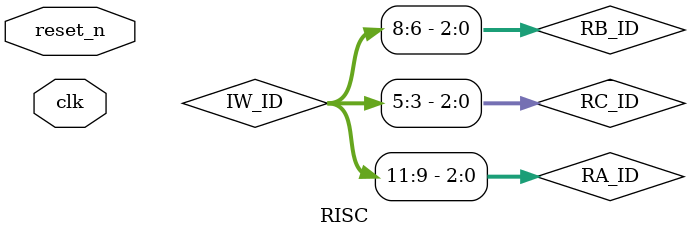
<source format=v>
module RISC (clk,reset_n);


///////////////////////////////////////////////////////////////////////
/////////////////////////////Interface Stage///////////////////////////
///////////////////////////////////////////////////////////////////////	
	
	input clk;
	input reset_n;

///////////////////////////////////////////////////////////////////////
/////////////////////////////Instruction Fetch/////////////////////////
///////////////////////////////////////////////////////////////////////
	wire stop_WB;
	wire [5:0]stall;
	wire [15:0]Next_PC;
	wire [15:0]Current_PC;
	wire not_M_inst;
	PC ProgramCounter (clk,reset_n,Next_PC,not_M_inst & reset_n  & !stall[5] || stop_WB,Current_PC);
	wire [15:0]IW_IF;
	instr_mem IM (Current_PC,IW_IF);
	
	wire [15:0]pc_1;
	adder  add_IF (Current_PC,16'h0001,pc_1);

	wire X_Validity_IF_ID;
	wire [15:0] IW_ID;
	wire [15:0] PC_ID;
	wire Validity_ID;
	Datapath_IF_ID Datapath_IF_ID (clk,reset_n,X_Validity_IF_ID,
									IW_IF,Current_PC,
									IW_ID,PC_ID,Validity_ID,stall[4]);


///////////////////////////////////////////////////////////////////////
/////////////////////////////Instruction Decode////////////////////////
///////////////////////////////////////////////////////////////////////
	wire R_type_ID;
	wire [1:0] RD_ID;
	wire W_reg_ID;
	wire W_mem_ID;
	wire sel69_ID;
	wire LHI_ID;
	wire [2:0] alu_op_ID;
	wire [1:0] LMStart_ID;
	wire LW_SR_ID;
	wire MEM_ANS_ID;
	wire [1:0] Jump_ID;
	
	wire in_Validity_ID_RR;
	wire X_Validity_ID_RR;
	wire M_inst;
	wire stop_ID;
	
	assign in_Validity_ID_RR= M_inst | X_Validity_ID_RR & Validity_ID;

	iDecoder iDecoder (IW_ID,R_type_ID,RD_ID,W_reg_ID,W_mem_ID,sel69_ID,
						LHI_ID,alu_op_ID,LMStart_ID,LW_SR_ID,MEM_ANS_ID,
						Jump_ID,stop_ID);


	wire [2:0]RM_ID;
	M_inst_Controller MIC (clk,LMStart_ID,IW_ID[7:0],M_inst,RM_ID,reset_n);
	assign not_M_inst=!M_inst;
	
	wire [2:0]RA_ID;
	wire [2:0]RB_ID;
	wire [2:0]RC_ID;
	wire [2:0]RDest_ID;
	assign RA_ID=IW_ID[11:9];
	assign RB_ID=IW_ID[8:6];
	assign RC_ID=IW_ID[5:3];
	
	mux4_3 mux4_ID (RA_ID,RB_ID,RC_ID,RM_ID,RD_ID,RDest_ID);
	
	wire [15:0] out16_6;
	sign_6_16 sign_6_16 (IW_ID[5:0],out16_6);
	
	wire [15:0] out16_9;
	sign_9_16 sign_9_16 (LHI_ID,IW_ID[8:0],out16_9);
	
	wire [15:0] Imm_ID;
	mux2 mux2_ID (out16_6,out16_9,sel69_ID,Imm_ID);
	
//	wire in_Validity_ID_RR;
	wire [15:0]PC_RR;
	wire LHI_RR;
	wire [15:0]Imm_RR;
	wire [15:0]IW_RR;
	wire [1:0]LMStart_RR;
	wire [2:0]RDest_RR;
	wire R_type_RR;
	wire LW_SR_RR;
	wire [1:0] Jump_RR;
	wire [2:0] alu_op_RR;
	wire MEM_ANS_RR;
	wire W_reg_RR;
	wire W_mem_RR;
	wire Validity_RR;
	wire stop_RR;

	Datapath_ID_RR Datapath_ID_RR (clk,reset_n,in_Validity_ID_RR,
									PC_ID,LHI_ID,Imm_ID,IW_ID,LMStart_ID,RDest_ID
									,R_type_ID,LW_SR_ID,Jump_ID,alu_op_ID,MEM_ANS_ID
									,W_mem_ID,W_reg_ID,
									PC_RR,LHI_RR,Imm_RR,IW_RR,LMStart_RR,RDest_RR
									,R_type_RR,LW_SR_RR,Jump_RR,alu_op_RR,MEM_ANS_RR
									,W_mem_RR,W_reg_RR,
									Validity_RR,
									stop_ID,stop_RR,stall[3]);
///////////////////////////////////////////////////////////////////////
/////////////////////////////Register Read/////////////////////////////
///////////////////////////////////////////////////////////////////////
	
	wire [15:0] PC_WB;
	wire [2:0]RB_RR;
	mux2_3 mux2_RR_0 (IW_RR[8:6],RDest_RR,LMStart_RR[1],RB_RR);
	
	wire [2:0]RA_RR;
	wire [2:0]RDest_WB;
	wire W_reg_WB;
	wire [15:0] R_DATA_IN;
	wire [15:0] NData_A;
	wire [15:0] NData_B;
	wire [15:0] NData_A_tmp;
	wire [15:0] NData_B_tmp;
	
	wire [15:0] DATA_A;
	wire [15:0] DATA_B;
	wire [15:0] R7DATA;

	assign RA_RR=IW_RR[11:9];
	
	Reg_file RBank (clk,reset_n,
					RA_RR,RB_RR,
					R_DATA_IN,RDest_WB,W_reg_WB,
					NData_A_tmp,NData_B_tmp,
					R7DATA);
	
	mux2 mux2_RR_R7_RA (NData_A_tmp,PC_RR,&RA_RR,NData_A);
	
	mux2 mux2_RR_R7_RB (NData_B_tmp,PC_RR,&RB_RR,NData_B);
	
	
	wire in_Validity_RR_EX;
	wire X_Validity_RR_EX;
	wire [15:0] in_src0,in_src1;

	
	wire [15:0] M_ADDR_RR;
	M_inst_addr_GEN MIAG (clk,LMStart_RR,
							DATA_A,M_ADDR_RR,
							reset_n,IW_RR[7:0]);
	wire [15:0] MData_in_RR;
	mux2 mux2_RR_1 (DATA_A,DATA_B,LMStart_RR[1],MData_in_RR);
	
	mux2 mux2_RR_2 (DATA_A,DATA_B,LW_SR_RR,in_src0);
	
	mux2 mux2_RR_3 (DATA_B,Imm_RR,R_type_RR,in_src1);


// 			Loose Ends of The FWD Technique
/*
	wire in_Validity_RR_EX;
	wire X_Validity_RR_EX;
	wire [15:0] in_src0,in_src1;
*/
	wire [15:0] PC_EX;
	wire LHI_EX;
	wire [15:0] M_ADDR_EX;
	wire [15:0] out_src0,out_src1;
	wire [1:0] LMStart_EX;
	wire [15:0] MData_in_EX;
	wire [2:0]alu_op_EX;
	wire MEM_ANS_EX;
	wire [2:0] RDest_EX;
	wire W_mem_EX;
	wire W_reg_EX_tmp;
	
	wire [1:0] Jump_EX;
	assign in_Validity_RR_EX = Validity_RR & X_Validity_RR_EX;
	
	wire stop_EX;

	wire Validity_EX;
	Datapath_RR_EX Datapath_RR_EX (clk,reset_n,in_Validity_RR_EX,
									PC_RR,LHI_RR,M_ADDR_RR,in_src0,in_src1,LMStart_RR,MData_in_RR,
									RDest_RR,alu_op_RR,MEM_ANS_RR,W_mem_RR,W_reg_RR,Jump_RR,
									PC_EX,LHI_EX,M_ADDR_EX,out_src0,out_src1,LMStart_EX,
									MData_in_EX,RDest_EX,alu_op_EX,MEM_ANS_EX,W_mem_EX,
									W_reg_EX_tmp,Jump_EX,
			
									Validity_EX,
									stop_RR,stop_EX,stall[2]);


//////////////////////////////////////////////////////////////////
/////////////////////////////EXEUCUTE/////////////////////////////
//////////////////////////////////////////////////////////////////

	wire [15:0]ans;
	wire allow;
	
	alu ALU (alu_op_EX,out_src0,out_src1,ans,reset_n,allow);
	
	wire [15:0] ans_src1;
	mux2 EX0 (ans,out_src1,LHI_EX,ans_src1);

	wire [15:0]PC_EX_1;
	wire [15:0] ans_LHI_PC_1;
	adder PC_ADDER_EX (PC_EX,16'h0001,PC_EX_1);
	
	mux2 EX1 (ans_src1,PC_EX_1,Jump_EX[1],ans_LHI_PC_1);
	
	wire W_reg_EX;
	assign W_reg_EX=W_reg_EX_tmp & allow;
	
	wire in_Validity_EX_MEM;
	wire X_Validity_EX_MEM;
	
	wire [15:0] M_ADDR_MEM;
	wire [15:0] ans_LHI_PC_1_MEM;
	wire [1:0] LMStart_MEM;
	wire [15:0] MData_in_MEM;
	wire [2:0]RDest_MEM;
	wire MEM_ANS_MEM;
	wire W_reg_MEM;
	wire W_mem_MEM;
	wire [15:0] PC_MEM;
	
	
	assign	in_Validity_EX_MEM = Validity_EX & X_Validity_EX_MEM;
	
	wire stop_MEM;

	wire Validity_MEM;
	Datapath_EX_MEM Datapath_EX_MEM (clk,reset_n,in_Validity_EX_MEM,
										M_ADDR_EX,ans_LHI_PC_1,LMStart_EX,MData_in_EX,RDest_EX,
										MEM_ANS_EX,W_mem_EX,W_reg_EX,PC_EX,
										M_ADDR_MEM,ans_LHI_PC_1_MEM,LMStart_MEM,MData_in_MEM,
										RDest_MEM,MEM_ANS_MEM,W_mem_MEM,W_reg_MEM,PC_MEM,
										Validity_MEM,
										stop_EX,stop_MEM,stall[1]);

///////////////////////////////////////////////////////////////////////
/////////////////////////////MEMORY ACCESS/////////////////////////////
///////////////////////////////////////////////////////////////////////

	wire [15:0] ADDR;
	mux2 MEM0 (ans_LHI_PC_1_MEM,M_ADDR_MEM,LMStart_MEM[1],ADDR);

	wire [15:0]DATA_out;
	data_mem DATA_MEMORY (clk,ADDR,MData_in_MEM,DATA_out,W_mem_MEM,reset_n);
	
	wire [15:0]in_Result;
	mux2 MEM1 (DATA_out,ans_LHI_PC_1_MEM,MEM_ANS_MEM,in_Result);
	
	
	wire in_Validity_MEM_WB;
	wire X_Validity_MEM_WB;

	wire [15:0]out_Result;
//	wire [2:0] RDest_WB;
//	wire W_reg_WB;
	assign in_Validity_MEM_WB= Validity_MEM & X_Validity_MEM_WB ;
	
	wire Validity_WB;
	Datapath_MEM_WB Datapath_MEM_WB (clk,reset_n,in_Validity_MEM_WB,
									in_Result,RDest_MEM,W_reg_MEM,PC_MEM,
									out_Result,RDest_WB,W_reg_WB,PC_WB,
									Validity_WB,
									stop_MEM,stop_WB,stall[0]);

///////////////////////////////////////////////////////////////////////
//////////////////////////// WRITE BACK  //////////////////////////////
///////////////////////////////////////////////////////////////////////
	
	assign R_DATA_IN=out_Result;
	wire [1:0]FWD_RA_N_EX_MEM_WB;
	wire [1:0]FWD_RB_N_EX_MEM_WB;

	DATA_FWD DATA_FWD (LMStart_RR,|Jump_RR,W_reg_RR,W_reg_EX,W_reg_MEM,W_reg_WB,W_mem_RR,
				RDest_EX,RDest_MEM,RDest_WB,
				RA_RR,RB_RR,
				FWD_RA_N_EX_MEM_WB,
				FWD_RB_N_EX_MEM_WB);
	//when load in exe and RR need that loaded Value
	wire except_LW_RR;
	assign except_LW_RR = W_reg_RR==1'b1 && alu_op_EX==3'b000 && MEM_ANS_EX==1'b0 && (FWD_RA_N_EX_MEM_WB==2'b01 || FWD_RB_N_EX_MEM_WB==2'b01 ) ? 1'b1 :1'b0;
	wire Beq;
	assign Beq = DATA_A==DATA_B ? 1'b1 : 1'b0;
	wire [1:0] SEL_PC;

	HM HM (reset_n,M_inst,RDest_MEM,W_reg_MEM,Jump_ID,Jump_RR,
			Beq,
			X_Validity_IF_ID,X_Validity_ID_RR,X_Validity_RR_EX,
			X_Validity_EX_MEM,X_Validity_MEM_WB,
			SEL_PC,stop_ID,stop_MEM,stop_WB,
			stall,except_LW_RR);		

	
	wire imm_sel;
	//assign imm_sel= reset_n&(Beq&! | &!);
	//*********************************************************************************************need assign
	assign imm_sel= Beq&&!Jump_RR[1]&&Jump_RR[0];
	wire [15:0] mux_PC_IMM0_ans;
	wire [15:0] mux_PC_IMM1_ans;
	wire [15:0] Next_PC_tmp;
	mux2 mux_PC_IMM0 (PC_ID,PC_RR,imm_sel,mux_PC_IMM0_ans);
	mux2 mux_PC_IMM1 (Imm_ID,Imm_RR,imm_sel,mux_PC_IMM1_ans);
/*	mux2 mux_PC_IMM0 (PC_RR,PC_ID,imm_sel,mux_PC_IMM0_ans);
	mux2 mux_PC_IMM1 (Imm_RR,Imm_ID,imm_sel,mux_PC_IMM1_ans);*/
	wire [15:0] PC_IMM;
	adder add_imm (mux_PC_IMM0_ans,mux_PC_IMM1_ans,PC_IMM);
	mux4  mux4_RR0 (NData_A,ans_LHI_PC_1,in_Result,out_Result,FWD_RA_N_EX_MEM_WB,DATA_A);
	mux4  mux4_RR1 (NData_B,ans_LHI_PC_1,in_Result,out_Result,FWD_RB_N_EX_MEM_WB,DATA_B);

	mux4 PC_SELECTION (pc_1,PC_IMM,DATA_B,in_Result,SEL_PC,Next_PC_tmp);
	
	
	mux2 HLT_SYNC (Next_PC_tmp,PC_WB,stall[0],Next_PC);
	
	mux2 R7D (PC_WB,out_Result,&RDest_WB && W_reg_WB,R7DATA);
	
 endmodule
</source>
